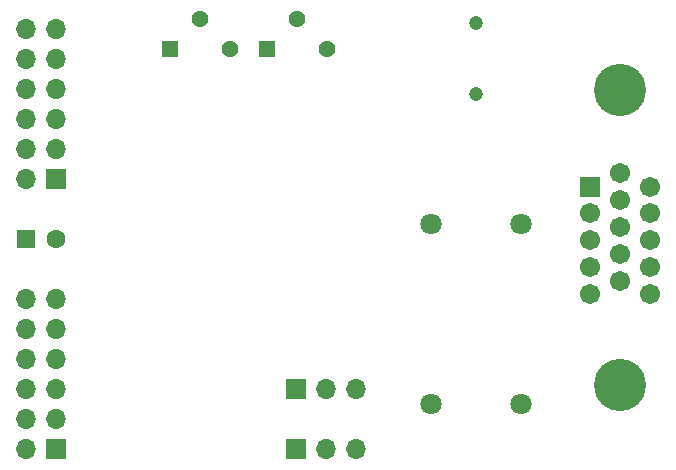
<source format=gbr>
%TF.GenerationSoftware,KiCad,Pcbnew,8.0.3*%
%TF.CreationDate,2025-01-13T10:43:54-08:00*%
%TF.ProjectId,Stereo_VGA,53746572-656f-45f5-9647-412e6b696361,rev?*%
%TF.SameCoordinates,Original*%
%TF.FileFunction,Soldermask,Bot*%
%TF.FilePolarity,Negative*%
%FSLAX46Y46*%
G04 Gerber Fmt 4.6, Leading zero omitted, Abs format (unit mm)*
G04 Created by KiCad (PCBNEW 8.0.3) date 2025-01-13 10:43:54*
%MOMM*%
%LPD*%
G01*
G04 APERTURE LIST*
G04 Aperture macros list*
%AMRoundRect*
0 Rectangle with rounded corners*
0 $1 Rounding radius*
0 $2 $3 $4 $5 $6 $7 $8 $9 X,Y pos of 4 corners*
0 Add a 4 corners polygon primitive as box body*
4,1,4,$2,$3,$4,$5,$6,$7,$8,$9,$2,$3,0*
0 Add four circle primitives for the rounded corners*
1,1,$1+$1,$2,$3*
1,1,$1+$1,$4,$5*
1,1,$1+$1,$6,$7*
1,1,$1+$1,$8,$9*
0 Add four rect primitives between the rounded corners*
20,1,$1+$1,$2,$3,$4,$5,0*
20,1,$1+$1,$4,$5,$6,$7,0*
20,1,$1+$1,$6,$7,$8,$9,0*
20,1,$1+$1,$8,$9,$2,$3,0*%
G04 Aperture macros list end*
%ADD10C,1.200000*%
%ADD11R,1.600000X1.600000*%
%ADD12C,1.600000*%
%ADD13C,1.800000*%
%ADD14R,1.700000X1.700000*%
%ADD15O,1.700000X1.700000*%
%ADD16RoundRect,0.102000X-0.611000X-0.611000X0.611000X-0.611000X0.611000X0.611000X-0.611000X0.611000X0*%
%ADD17C,1.426000*%
%ADD18RoundRect,0.102000X0.754000X-0.754000X0.754000X0.754000X-0.754000X0.754000X-0.754000X-0.754000X0*%
%ADD19C,1.712000*%
%ADD20C,4.420000*%
G04 APERTURE END LIST*
D10*
%TO.C,J3*%
X119380000Y-80820000D03*
X119380000Y-86820000D03*
%TD*%
D11*
%TO.C,C5*%
X81280000Y-99060000D03*
D12*
X83780000Y-99060000D03*
%TD*%
D13*
%TO.C,PIEZO1*%
X115570000Y-97790000D03*
X123190000Y-97790000D03*
%TD*%
D14*
%TO.C,J1*%
X83820000Y-93980000D03*
D15*
X81280000Y-93980000D03*
X83820000Y-91440000D03*
X81280000Y-91440000D03*
X83820000Y-88900000D03*
X81280000Y-88900000D03*
X83820000Y-86360000D03*
X81280000Y-86360000D03*
X83820000Y-83820000D03*
X81280000Y-83820000D03*
X83820000Y-81280000D03*
X81280000Y-81280000D03*
%TD*%
D16*
%TO.C,RV1*%
X93460000Y-83000000D03*
D17*
X96000000Y-80460000D03*
X98540000Y-83000000D03*
%TD*%
D16*
%TO.C,RV2*%
X101710000Y-83000000D03*
D17*
X104250000Y-80460000D03*
X106790000Y-83000000D03*
%TD*%
D14*
%TO.C,J4*%
X104140000Y-116840000D03*
D15*
X106680000Y-116840000D03*
X109220000Y-116840000D03*
%TD*%
D13*
%TO.C,PIEZO2*%
X115570000Y-113030000D03*
X123190000Y-113030000D03*
%TD*%
D18*
%TO.C,J6*%
X128997500Y-94636750D03*
D19*
X128997500Y-96916750D03*
X128997500Y-99196750D03*
X128997500Y-101476750D03*
X128997500Y-103756750D03*
X131537500Y-93496750D03*
X131537500Y-95776750D03*
X131537500Y-98056750D03*
X131537500Y-100336750D03*
X131537500Y-102616750D03*
X134077500Y-94636750D03*
X134077500Y-96916750D03*
X134077500Y-99196750D03*
X134077500Y-101476750D03*
X134077500Y-103756750D03*
D20*
X131537500Y-111436750D03*
X131537500Y-86446750D03*
%TD*%
D14*
%TO.C,J5*%
X104140000Y-111760000D03*
D15*
X106680000Y-111760000D03*
X109220000Y-111760000D03*
%TD*%
D14*
%TO.C,J2*%
X83820000Y-116840000D03*
D15*
X81280000Y-116840000D03*
X83820000Y-114300000D03*
X81280000Y-114300000D03*
X83820000Y-111760000D03*
X81280000Y-111760000D03*
X83820000Y-109220000D03*
X81280000Y-109220000D03*
X83820000Y-106680000D03*
X81280000Y-106680000D03*
X83820000Y-104140000D03*
X81280000Y-104140000D03*
%TD*%
M02*

</source>
